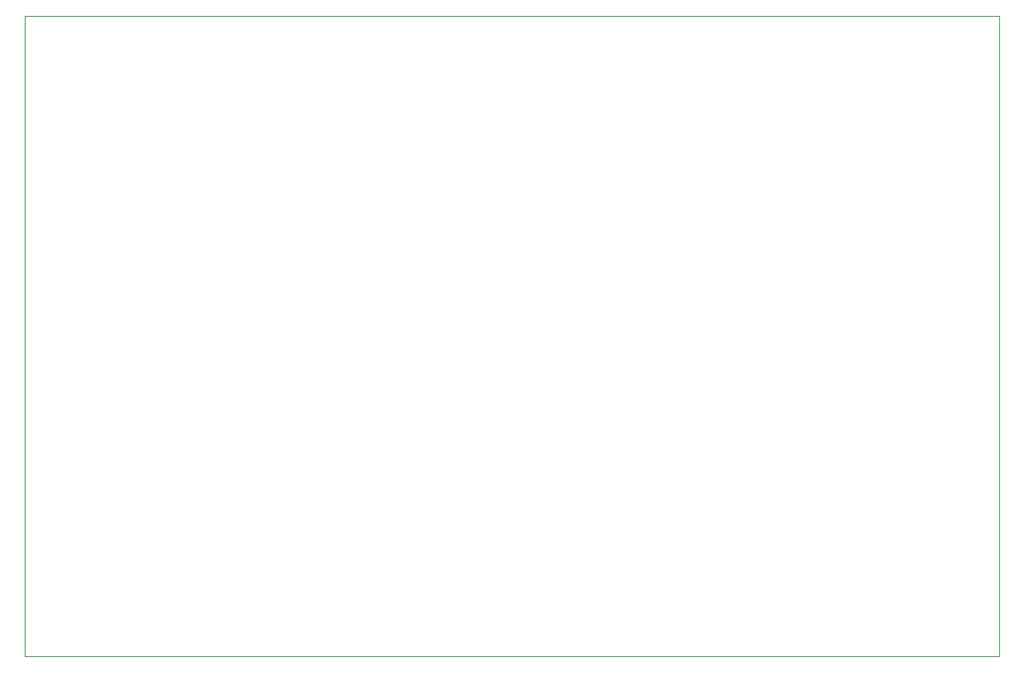
<source format=gbr>
%TF.GenerationSoftware,KiCad,Pcbnew,7.0.7*%
%TF.CreationDate,2023-11-29T00:45:09-05:00*%
%TF.ProjectId,master-board,6d617374-6572-42d6-926f-6172642e6b69,rev?*%
%TF.SameCoordinates,Original*%
%TF.FileFunction,Profile,NP*%
%FSLAX46Y46*%
G04 Gerber Fmt 4.6, Leading zero omitted, Abs format (unit mm)*
G04 Created by KiCad (PCBNEW 7.0.7) date 2023-11-29 00:45:09*
%MOMM*%
%LPD*%
G01*
G04 APERTURE LIST*
%TA.AperFunction,Profile*%
%ADD10C,0.100000*%
%TD*%
G04 APERTURE END LIST*
D10*
X86800000Y-59950000D02*
X190050000Y-59950000D01*
X190050000Y-127850000D01*
X86800000Y-127850000D01*
X86800000Y-59950000D01*
M02*

</source>
